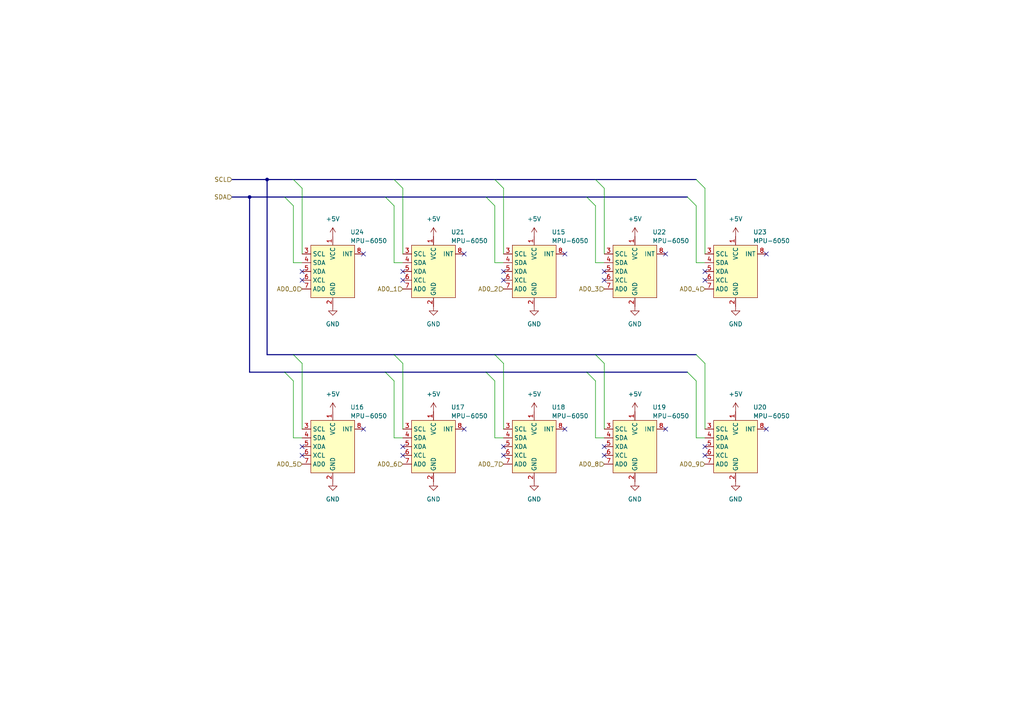
<source format=kicad_sch>
(kicad_sch (version 20230121) (generator eeschema)
  (paper "A4")
  (lib_symbols
    (symbol "MPU_6050_Breakout:MPU_6050"
      (property "Reference" "U" (at -1.27 5.08 0))
      (property "Value" "MPU-6050" (at -1.27 2.54 0))
      (symbol "MPU_6050_0_0"
        (pin power_in line (at -3.81 3.81 270) (length 2.54) (name "VCC") (number "1"))
        (pin power_in line (at -3.81 -16.51 90) (length 2.54) (name "GND") (number "2"))
        (pin input line (at -12.7 -1.27 0) (length 2.54) (name "SCL") (number "3"))
        (pin bidirectional line (at -12.7 -3.81 0) (length 2.54) (name "SDA") (number "4"))
        (pin bidirectional line (at -12.7 -6.35 0) (length 2.54) (name "XDA") (number "5"))
        (pin input line (at -12.7 -8.89 0) (length 2.54) (name "XCL") (number "6"))
        (pin input line (at -12.7 -11.43 0) (length 2.54) (name "AD0") (number "7"))
        (pin output line (at 5.08 -1.27 180) (length 2.54) (name "INT") (number "8"))
      )
      (symbol "MPU_6050_1_1"
        (rectangle (start -10.16 1.27) (end 2.54 -13.97) (fill (type background)))
      )
    )
    (symbol "power:+5V" (power) (pin_names (offset 0))
      (property "Value" "+5V" (at 0 3.556 0))
      (symbol "+5V_0_1"
        (polyline (pts (xy -0.762 1.27) (xy 0 2.54)))
        (polyline (pts (xy 0 0) (xy 0 2.54)))
        (polyline (pts (xy 0 2.54) (xy 0.762 1.27)))
      )
      (symbol "+5V_1_1"
        (pin power_in line (at 0 0 90) (length 0) hide (name "+5V") (number "1"))
      )
    )
    (symbol "power:GND" (power) (pin_names (offset 0))
      (property "Value" "GND" (at 0 -3.81 0))
      (symbol "GND_0_1"
        (polyline (pts (xy 0 0) (xy 0 -1.27) (xy 1.27 -1.27) (xy 0 -2.54) (xy -1.27 -1.27) (xy 0 -1.27)))
      )
      (symbol "GND_1_1"
        (pin power_in line (at 0 0 270) (length 0) hide (name "GND") (number "1"))
      )
    )
  )
  (junction (at 72.39 57.15))
  (junction (at 77.47 52.07))
  (no_connect (at 87.63 132.08))
  (no_connect (at 204.47 132.08))
  (no_connect (at 193.04 73.66))
  (no_connect (at 134.62 124.46))
  (no_connect (at 175.26 129.54))
  (no_connect (at 116.84 81.28))
  (no_connect (at 175.26 81.28))
  (no_connect (at 87.63 78.74))
  (no_connect (at 204.47 81.28))
  (no_connect (at 163.83 124.46))
  (no_connect (at 204.47 129.54))
  (no_connect (at 105.41 124.46))
  (no_connect (at 222.25 73.66))
  (no_connect (at 222.25 124.46))
  (no_connect (at 87.63 129.54))
  (no_connect (at 87.63 81.28))
  (no_connect (at 116.84 132.08))
  (no_connect (at 116.84 78.74))
  (no_connect (at 146.05 78.74))
  (no_connect (at 204.47 78.74))
  (no_connect (at 163.83 73.66))
  (no_connect (at 116.84 129.54))
  (no_connect (at 146.05 132.08))
  (no_connect (at 105.41 73.66))
  (no_connect (at 146.05 81.28))
  (no_connect (at 146.05 129.54))
  (no_connect (at 175.26 132.08))
  (no_connect (at 134.62 73.66))
  (no_connect (at 193.04 124.46))
  (no_connect (at 175.26 78.74))
  (bus_entry (at 143.51 52.07) (size 2.54 2.54))
  (bus_entry (at 140.97 107.95) (size 2.54 2.54))
  (bus_entry (at 111.76 57.15) (size 2.54 2.54))
  (bus_entry (at 114.3 102.87) (size 2.54 2.54))
  (bus_entry (at 111.76 107.95) (size 2.54 2.54))
  (bus_entry (at 82.55 107.95) (size 2.54 2.54))
  (bus_entry (at 143.51 102.87) (size 2.54 2.54))
  (bus_entry (at 140.97 57.15) (size 2.54 2.54))
  (bus_entry (at 85.09 102.87) (size 2.54 2.54))
  (bus_entry (at 199.39 57.15) (size 2.54 2.54))
  (bus_entry (at 172.72 52.07) (size 2.54 2.54))
  (bus_entry (at 82.55 57.15) (size 2.54 2.54))
  (bus_entry (at 170.18 57.15) (size 2.54 2.54))
  (bus_entry (at 199.39 107.95) (size 2.54 2.54))
  (bus_entry (at 85.09 52.07) (size 2.54 2.54))
  (bus_entry (at 114.3 52.07) (size 2.54 2.54))
  (bus_entry (at 201.93 102.87) (size 2.54 2.54))
  (bus_entry (at 170.18 107.95) (size 2.54 2.54))
  (bus_entry (at 201.93 52.07) (size 2.54 2.54))
  (bus_entry (at 172.72 102.87) (size 2.54 2.54))
  (bus (pts (xy 143.51 52.07) (xy 172.72 52.07)))
  (wire (pts (xy 204.47 54.61) (xy 204.47 73.66)))
  (bus (pts (xy 140.97 107.95) (xy 170.18 107.95)))
  (bus (pts (xy 114.3 52.07) (xy 143.51 52.07)))
  (wire (pts (xy 85.09 127) (xy 87.63 127)))
  (bus (pts (xy 77.47 52.07) (xy 85.09 52.07)))
  (wire (pts (xy 201.93 59.69) (xy 201.93 76.2)))
  (wire (pts (xy 87.63 54.61) (xy 87.63 73.66)))
  (bus (pts (xy 67.31 57.15) (xy 72.39 57.15)))
  (bus (pts (xy 67.31 52.07) (xy 77.47 52.07)))
  (wire (pts (xy 146.05 54.61) (xy 146.05 73.66)))
  (wire (pts (xy 201.93 110.49) (xy 201.93 127)))
  (bus (pts (xy 77.47 102.87) (xy 85.09 102.87)))
  (wire (pts (xy 114.3 127) (xy 116.84 127)))
  (wire (pts (xy 201.93 127) (xy 204.47 127)))
  (wire (pts (xy 146.05 105.41) (xy 146.05 124.46)))
  (wire (pts (xy 172.72 59.69) (xy 172.72 76.2)))
  (wire (pts (xy 143.51 110.49) (xy 143.51 127)))
  (bus (pts (xy 172.72 52.07) (xy 201.93 52.07)))
  (bus (pts (xy 172.72 102.87) (xy 201.93 102.87)))
  (bus (pts (xy 72.39 107.95) (xy 82.55 107.95)))
  (bus (pts (xy 143.51 102.87) (xy 172.72 102.87)))
  (bus (pts (xy 77.47 52.07) (xy 77.47 102.87)))
  (bus (pts (xy 111.76 57.15) (xy 140.97 57.15)))
  (bus (pts (xy 72.39 57.15) (xy 82.55 57.15)))
  (bus (pts (xy 170.18 107.95) (xy 199.39 107.95)))
  (bus (pts (xy 114.3 102.87) (xy 143.51 102.87)))
  (wire (pts (xy 116.84 105.41) (xy 116.84 124.46)))
  (wire (pts (xy 172.72 76.2) (xy 175.26 76.2)))
  (wire (pts (xy 116.84 54.61) (xy 116.84 73.66)))
  (wire (pts (xy 114.3 76.2) (xy 116.84 76.2)))
  (wire (pts (xy 85.09 110.49) (xy 85.09 127)))
  (wire (pts (xy 175.26 54.61) (xy 175.26 73.66)))
  (bus (pts (xy 170.18 57.15) (xy 199.39 57.15)))
  (bus (pts (xy 140.97 57.15) (xy 170.18 57.15)))
  (bus (pts (xy 85.09 102.87) (xy 114.3 102.87)))
  (bus (pts (xy 111.76 107.95) (xy 140.97 107.95)))
  (wire (pts (xy 85.09 76.2) (xy 87.63 76.2)))
  (wire (pts (xy 85.09 59.69) (xy 85.09 76.2)))
  (wire (pts (xy 143.51 127) (xy 146.05 127)))
  (wire (pts (xy 204.47 105.41) (xy 204.47 124.46)))
  (bus (pts (xy 82.55 107.95) (xy 111.76 107.95)))
  (wire (pts (xy 201.93 76.2) (xy 204.47 76.2)))
  (bus (pts (xy 72.39 57.15) (xy 72.39 107.95)))
  (wire (pts (xy 172.72 110.49) (xy 172.72 127)))
  (bus (pts (xy 82.55 57.15) (xy 111.76 57.15)))
  (wire (pts (xy 175.26 105.41) (xy 175.26 124.46)))
  (wire (pts (xy 143.51 76.2) (xy 146.05 76.2)))
  (wire (pts (xy 114.3 110.49) (xy 114.3 127)))
  (bus (pts (xy 85.09 52.07) (xy 114.3 52.07)))
  (wire (pts (xy 172.72 127) (xy 175.26 127)))
  (wire (pts (xy 114.3 59.69) (xy 114.3 76.2)))
  (wire (pts (xy 87.63 105.41) (xy 87.63 124.46)))
  (wire (pts (xy 143.51 59.69) (xy 143.51 76.2)))
  (hierarchical_label "AD0_7" (shape input) (at 146.05 134.62 180))
  (hierarchical_label "SCL" (shape input) (at 67.31 52.07 180))
  (hierarchical_label "AD0_3" (shape input) (at 175.26 83.82 180))
  (hierarchical_label "AD0_9" (shape input) (at 204.47 134.62 180))
  (hierarchical_label "AD0_2" (shape input) (at 146.05 83.82 180))
  (hierarchical_label "AD0_1" (shape input) (at 116.84 83.82 180))
  (hierarchical_label "AD0_0" (shape input) (at 87.63 83.82 180))
  (hierarchical_label "SDA" (shape input) (at 67.31 57.15 180))
  (hierarchical_label "AD0_5" (shape input) (at 87.63 134.62 180))
  (hierarchical_label "AD0_6" (shape input) (at 116.84 134.62 180))
  (hierarchical_label "AD0_4" (shape input) (at 204.47 83.82 180))
  (hierarchical_label "AD0_8" (shape input) (at 175.26 134.62 180))
  (symbol (lib_id "MPU_6050_Breakout:MPU_6050") (at 217.17 123.19 0) (unit 1)
    (property "Reference" "U20" (at 218.44 118.11 0) (effects (justify left)))
    (property "Value" "MPU-6050" (at 218.44 120.65 0) (effects (justify left)))
  )
  (symbol (lib_id "MPU_6050_Breakout:MPU_6050") (at 217.17 72.39 0) (unit 1)
    (property "Reference" "U23" (at 218.44 67.31 0) (effects (justify left)))
    (property "Value" "MPU-6050" (at 218.44 69.85 0) (effects (justify left)))
  )
  (symbol (lib_id "power:+5V") (at 125.73 68.58 0) (unit 1)
    (property "Reference" "#PWR04" (effects hide))
    (property "Value" "+5V" (at 125.73 63.5 0))
  )
  (symbol (lib_id "power:GND") (at 213.36 139.7 0) (unit 1)
    (property "Reference" "#PWR023" (effects hide))
    (property "Value" "GND" (at 213.36 144.78 0))
  )
  (symbol (lib_id "power:GND") (at 125.73 139.7 0) (unit 1)
    (property "Reference" "#PWR017" (effects hide))
    (property "Value" "GND" (at 125.73 144.78 0))
  )
  (symbol (lib_id "power:GND") (at 184.15 139.7 0) (unit 1)
    (property "Reference" "#PWR021" (effects hide))
    (property "Value" "GND" (at 184.15 144.78 0))
  )
  (symbol (lib_id "MPU_6050_Breakout:MPU_6050") (at 129.54 72.39 0) (unit 1)
    (property "Reference" "U21" (at 130.81 67.31 0) (effects (justify left)))
    (property "Value" "MPU-6050" (at 130.81 69.85 0) (effects (justify left)))
  )
  (symbol (lib_id "power:+5V") (at 213.36 68.58 0) (unit 1)
    (property "Reference" "#PWR010" (effects hide))
    (property "Value" "+5V" (at 213.36 63.5 0))
  )
  (symbol (lib_id "power:GND") (at 184.15 88.9 0) (unit 1)
    (property "Reference" "#PWR09" (effects hide))
    (property "Value" "GND" (at 184.15 93.98 0))
  )
  (symbol (lib_id "power:+5V") (at 154.94 68.58 0) (unit 1)
    (property "Reference" "#PWR06" (effects hide))
    (property "Value" "+5V" (at 154.94 63.5 0))
  )
  (symbol (lib_id "power:GND") (at 154.94 88.9 0) (unit 1)
    (property "Reference" "#PWR07" (effects hide))
    (property "Value" "GND" (at 154.94 93.98 0))
  )
  (symbol (lib_id "power:GND") (at 96.52 88.9 0) (unit 1)
    (property "Reference" "#PWR013" (effects hide))
    (property "Value" "GND" (at 96.52 93.98 0))
  )
  (symbol (lib_id "power:GND") (at 154.94 139.7 0) (unit 1)
    (property "Reference" "#PWR019" (effects hide))
    (property "Value" "GND" (at 154.94 144.78 0))
  )
  (symbol (lib_id "power:+5V") (at 213.36 119.38 0) (unit 1)
    (property "Reference" "#PWR022" (effects hide))
    (property "Value" "+5V" (at 213.36 114.3 0))
  )
  (symbol (lib_id "MPU_6050_Breakout:MPU_6050") (at 187.96 72.39 0) (unit 1)
    (property "Reference" "U22" (at 189.23 67.31 0) (effects (justify left)))
    (property "Value" "MPU-6050" (at 189.23 69.85 0) (effects (justify left)))
  )
  (symbol (lib_id "power:+5V") (at 184.15 68.58 0) (unit 1)
    (property "Reference" "#PWR08" (effects hide))
    (property "Value" "+5V" (at 184.15 63.5 0))
  )
  (symbol (lib_id "MPU_6050_Breakout:MPU_6050") (at 100.33 123.19 0) (unit 1)
    (property "Reference" "U16" (at 101.6 118.11 0) (effects (justify left)))
    (property "Value" "MPU-6050" (at 101.6 120.65 0) (effects (justify left)))
  )
  (symbol (lib_id "power:GND") (at 96.52 139.7 0) (unit 1)
    (property "Reference" "#PWR015" (effects hide))
    (property "Value" "GND" (at 96.52 144.78 0))
  )
  (symbol (lib_id "power:+5V") (at 96.52 68.58 0) (unit 1)
    (property "Reference" "#PWR012" (effects hide))
    (property "Value" "+5V" (at 96.52 63.5 0))
  )
  (symbol (lib_id "MPU_6050_Breakout:MPU_6050") (at 100.33 72.39 0) (unit 1)
    (property "Reference" "U24" (at 101.6 67.31 0) (effects (justify left)))
    (property "Value" "MPU-6050" (at 101.6 69.85 0) (effects (justify left)))
  )
  (symbol (lib_id "power:GND") (at 125.73 88.9 0) (unit 1)
    (property "Reference" "#PWR05" (effects hide))
    (property "Value" "GND" (at 125.73 93.98 0))
  )
  (symbol (lib_id "MPU_6050_Breakout:MPU_6050") (at 129.54 123.19 0) (unit 1)
    (property "Reference" "U17" (at 130.81 118.11 0) (effects (justify left)))
    (property "Value" "MPU-6050" (at 130.81 120.65 0) (effects (justify left)))
  )
  (symbol (lib_id "power:+5V") (at 125.73 119.38 0) (unit 1)
    (property "Reference" "#PWR016" (effects hide))
    (property "Value" "+5V" (at 125.73 114.3 0))
  )
  (symbol (lib_id "power:GND") (at 213.36 88.9 0) (unit 1)
    (property "Reference" "#PWR011" (effects hide))
    (property "Value" "GND" (at 213.36 93.98 0))
  )
  (symbol (lib_id "power:+5V") (at 184.15 119.38 0) (unit 1)
    (property "Reference" "#PWR020" (effects hide))
    (property "Value" "+5V" (at 184.15 114.3 0))
  )
  (symbol (lib_id "MPU_6050_Breakout:MPU_6050") (at 158.75 72.39 0) (unit 1)
    (property "Reference" "U15" (at 160.02 67.31 0) (effects (justify left)))
    (property "Value" "MPU-6050" (at 160.02 69.85 0) (effects (justify left)))
  )
  (symbol (lib_id "power:+5V") (at 154.94 119.38 0) (unit 1)
    (property "Reference" "#PWR018" (effects hide))
    (property "Value" "+5V" (at 154.94 114.3 0))
  )
  (symbol (lib_id "MPU_6050_Breakout:MPU_6050") (at 187.96 123.19 0) (unit 1)
    (property "Reference" "U19" (at 189.23 118.11 0) (effects (justify left)))
    (property "Value" "MPU-6050" (at 189.23 120.65 0) (effects (justify left)))
  )
  (symbol (lib_id "power:+5V") (at 96.52 119.38 0) (unit 1)
    (property "Reference" "#PWR014" (effects hide))
    (property "Value" "+5V" (at 96.52 114.3 0))
  )
  (symbol (lib_id "MPU_6050_Breakout:MPU_6050") (at 158.75 123.19 0) (unit 1)
    (property "Reference" "U18" (at 160.02 118.11 0) (effects (justify left)))
    (property "Value" "MPU-6050" (at 160.02 120.65 0) (effects (justify left)))
  )
)
</source>
